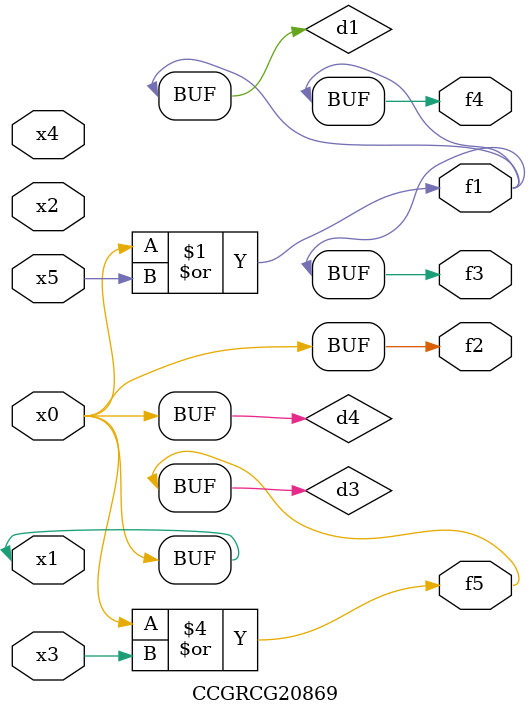
<source format=v>
module CCGRCG20869(
	input x0, x1, x2, x3, x4, x5,
	output f1, f2, f3, f4, f5
);

	wire d1, d2, d3, d4;

	or (d1, x0, x5);
	xnor (d2, x1, x4);
	or (d3, x0, x3);
	buf (d4, x0, x1);
	assign f1 = d1;
	assign f2 = d4;
	assign f3 = d1;
	assign f4 = d1;
	assign f5 = d3;
endmodule

</source>
